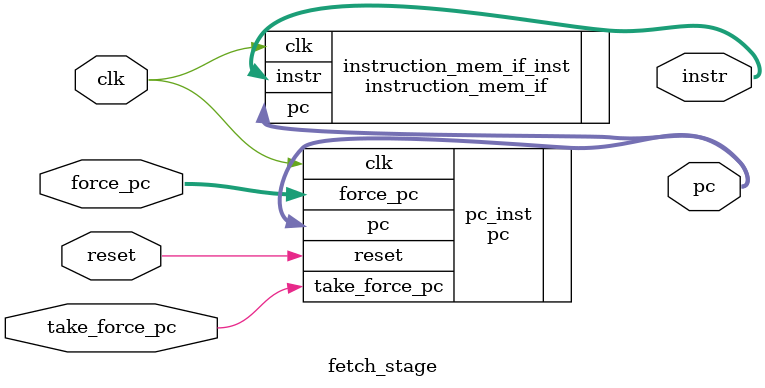
<source format=sv>
`include "common/riscv_defines.vh"

module fetch_stage (
    input logic clk,
    input logic reset,

    input logic [31:0] force_pc,
    input logic take_force_pc,

    output logic [31:0] pc,
    output logic [31:0] instr
);

    pc pc_inst (
        .clk(clk),
        .reset(reset),
        .take_force_pc(take_force_pc),
        .force_pc(force_pc),
        .pc(pc)
    );

    instruction_mem_if instruction_mem_if_inst (
        .clk(clk),
        .pc(pc),
        .instr(instr)
    );
endmodule
</source>
